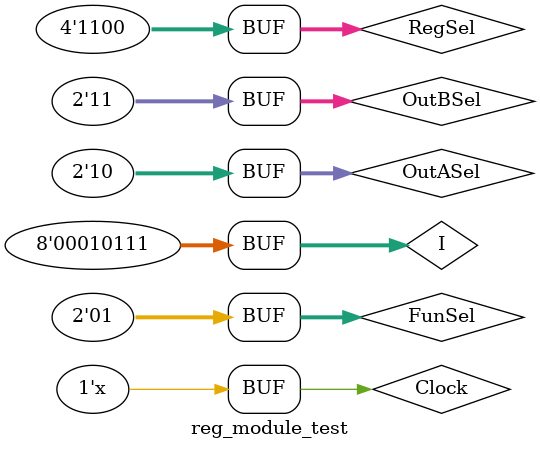
<source format=v>
`timescale 1ns / 1ps


module reg_module_test();
    reg [7:0] I;
    reg Clock;
    reg [1:0] FunSel;
    reg [3:0] RegSel;
    reg [1:0] OutASel;
    reg [1:0] OutBSel;
    wire [7:0] OutA;
    wire [7:0] OutB;
    
    reg_module uut(I, Clock, FunSel, RegSel, OutASel, OutBSel, OutA, OutB);
    
    initial begin
        Clock=0; I=8'h17; FunSel=2'b10; RegSel=4'b0000; OutASel=2'b00; OutBSel=2'b10; #250;
        I=8'h17; FunSel=2'b01; RegSel=4'b1100; OutASel=2'b10; OutBSel=2'b11; #250;
    end
    
    always begin
        Clock <= ~Clock; #125;
        Clock <= ~Clock; #125;
    end
endmodule

</source>
